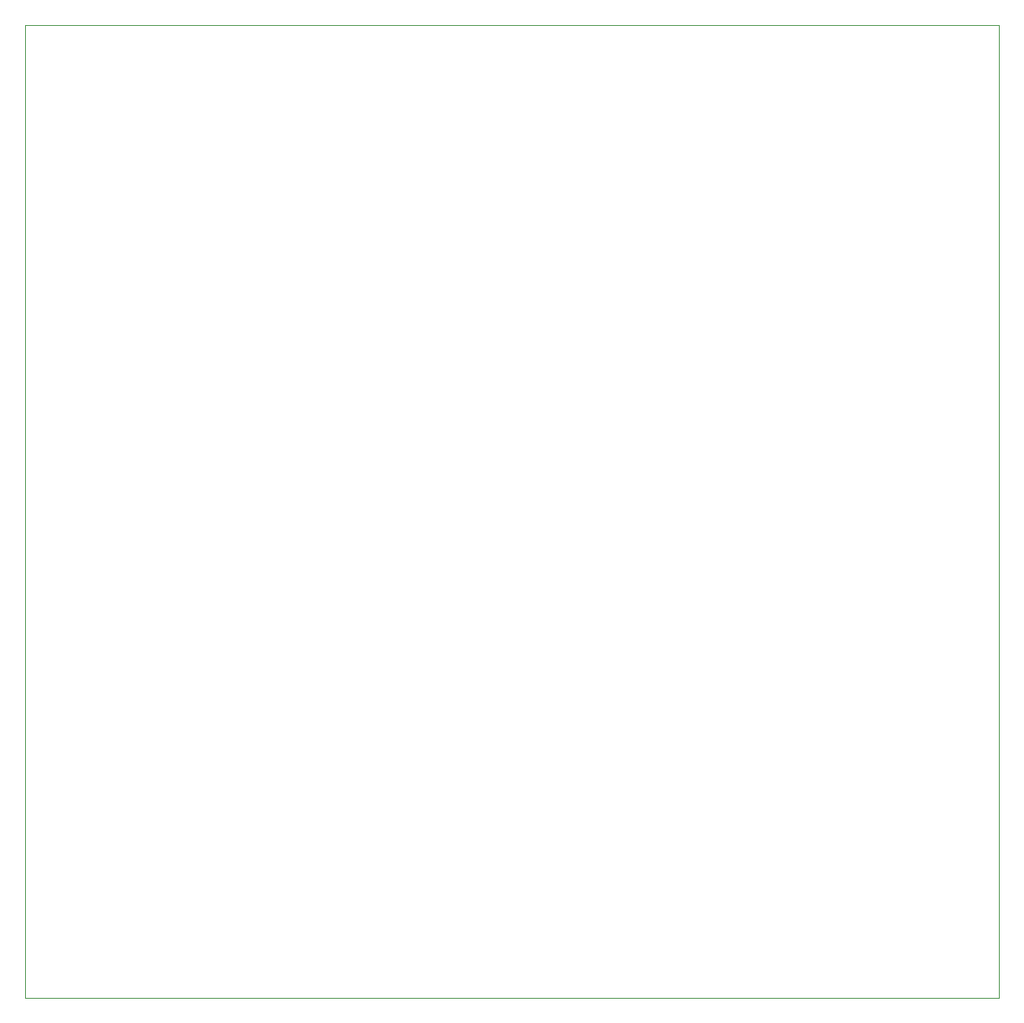
<source format=gbr>
%TF.GenerationSoftware,KiCad,Pcbnew,8.0.6*%
%TF.CreationDate,2024-11-28T17:20:23+01:00*%
%TF.ProjectId,fm-tx-LCD,666d2d74-782d-44c4-9344-2e6b69636164,rev?*%
%TF.SameCoordinates,Original*%
%TF.FileFunction,Profile,NP*%
%FSLAX46Y46*%
G04 Gerber Fmt 4.6, Leading zero omitted, Abs format (unit mm)*
G04 Created by KiCad (PCBNEW 8.0.6) date 2024-11-28 17:20:23*
%MOMM*%
%LPD*%
G01*
G04 APERTURE LIST*
%TA.AperFunction,Profile*%
%ADD10C,0.100000*%
%TD*%
G04 APERTURE END LIST*
D10*
X46842420Y-25400000D02*
X148737580Y-25400000D01*
X148737580Y-127201398D01*
X46842420Y-127201398D01*
X46842420Y-25400000D01*
M02*

</source>
